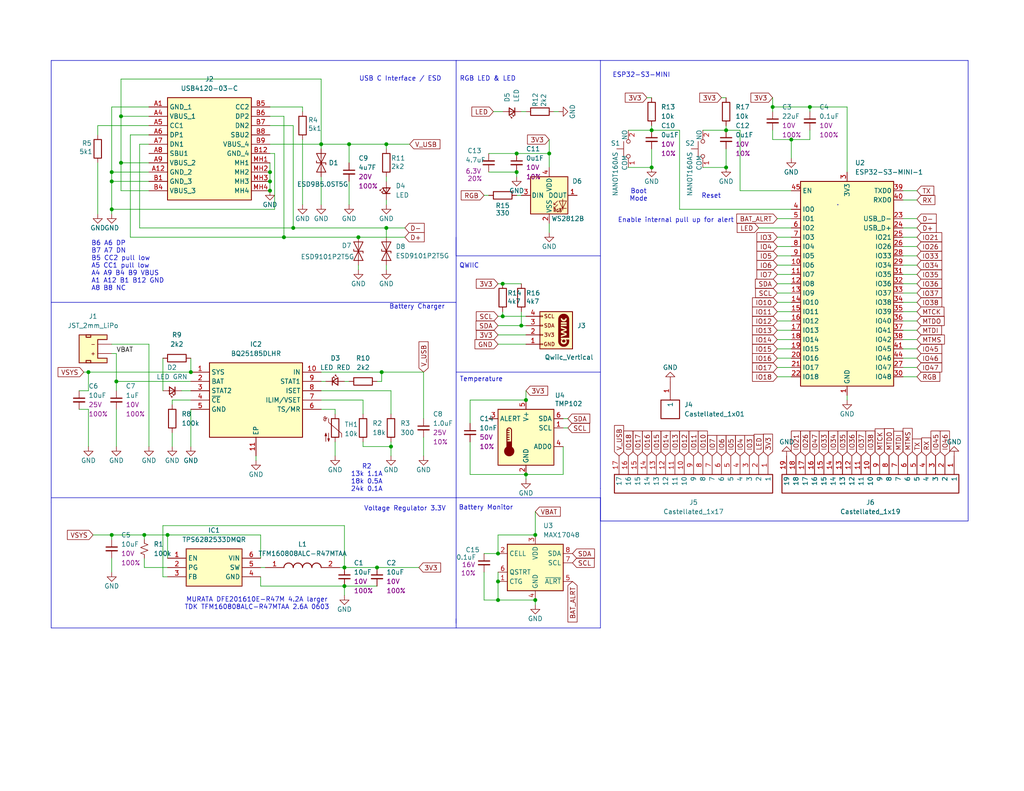
<source format=kicad_sch>
(kicad_sch (version 20250114) (generator "eeschema") (generator_version "9.0")
  (paper "USLetter")
  (title_block (title "ESP32-S3-MINI") (date "2026-02-08") (rev "1.0") (comment 1 "Urs Utzinger"))
  (circle (center 228.6 55.88) (radius 0.0001))
  (text "Voltage Regulator 3.3V" (at 110.49 138.938 0) (effects (font (size 1.27 1.27))))
  (text "Boot\nMode" (at 174.244 53.34 0) (effects (font (size 1.27 1.27))))
  (text "ESP32-S3-MINI" (at 175.006 20.574 0) (effects (font (size 1.27 1.27))))
  (text "Battery Monitor\n" (at 132.588 138.684 0) (effects (font (size 1.27 1.27))))
  (text "MURATA DFE201610E-R47M 4.2A larger\nTDK TFM160808ALC-R47MTAA 2.6A 0603\n" (at 70.104 164.846 0) (effects (font (size 1.27 1.27))))
  (text "Temperature" (at 131.318 103.632 0) (effects (font (size 1.27 1.27))))
  (text "RGB LED & LED" (at 133.096 21.59 0) (effects (font (size 1.27 1.27))))
  (text "Reset" (at 194.056 53.594 0) (effects (font (size 1.27 1.27))))
  (text "R2\n13k 1.1A\n18k 0.5A\n24k 0.1A" (at 100.076 130.556 0) (effects (font (size 1.27 1.27))))
  (text "Battery Charger" (at 113.792 83.82 0) (effects (font (size 1.27 1.27))))
  (text "Enable internal pull up for alert" (at 184.404 60.198 0) (effects (font (size 1.27 1.27))))
  (text "B6 A6 DP\nB7 A7 DN\nB5 CC2 pull low\nA5 CC1 pull low\nA4 A9 B4 B9 VBUS\nA1 A12 B1 B12 GND\nA8 B8 NC\n" (at 24.892 72.644 0) (effects (font (size 1.27 1.27)) (justify left)))
  (text "USB C Interface / ESD" (at 109.22 21.59 0) (effects (font (size 1.27 1.27))))
  (text "QWIIC\n" (at 128.016 72.644 0) (effects (font (size 1.27 1.27))))
  (junction (at 30.48 146.05))
  (junction (at 105.41 62.23))
  (junction (at 104.14 101.6))
  (junction (at 135.89 163.83))
  (junction (at 143.51 129.54))
  (junction (at 95.25 39.37))
  (junction (at 140.97 46.99))
  (junction (at 140.97 41.91))
  (junction (at 106.68 121.92))
  (junction (at 39.37 146.05))
  (junction (at 198.12 35.56))
  (junction (at 33.02 31.75))
  (junction (at 105.41 39.37))
  (junction (at 146.05 146.05))
  (junction (at 77.47 64.77))
  (junction (at 52.07 101.6))
  (junction (at 220.98 29.21))
  (junction (at 30.48 46.99))
  (junction (at 146.05 163.83))
  (junction (at 135.89 158.75))
  (junction (at 93.98 160.02))
  (junction (at 30.48 49.53))
  (junction (at 177.8 45.72))
  (junction (at 33.02 44.45))
  (junction (at 102.87 154.94))
  (junction (at 73.66 52.07))
  (junction (at 93.98 154.94))
  (junction (at 143.51 109.22))
  (junction (at 97.79 64.77))
  (junction (at 80.01 62.23))
  (junction (at 45.72 146.05))
  (junction (at 198.12 45.72))
  (junction (at 87.63 39.37))
  (junction (at 73.66 46.99))
  (junction (at 31.75 104.14))
  (junction (at 137.16 77.47))
  (junction (at 30.48 57.15))
  (junction (at 24.13 101.6))
  (junction (at 135.89 151.13))
  (junction (at 142.24 88.9))
  (junction (at 149.86 41.91))
  (junction (at 177.8 35.56))
  (junction (at 210.82 29.21))
  (junction (at 73.66 49.53))
  (junction (at 137.16 86.36))
  (junction (at 215.9 38.1))
  (wire (pts (xy 140.97 46.99) (xy 140.97 48.26)))
  (polyline (pts (xy 124.46 82.55) (xy 13.97 82.55)) (stroke (width 0) (type solid)))
  (wire (pts (xy 212.09 67.31) (xy 215.9 67.31)))
  (wire (pts (xy 99.06 121.92) (xy 106.68 121.92)))
  (wire (pts (xy 44.45 143.51) (xy 93.98 143.51)))
  (wire (pts (xy 185.42 35.56) (xy 185.42 57.15)))
  (wire (pts (xy 212.09 92.71) (xy 215.9 92.71)))
  (wire (pts (xy 132.08 156.21) (xy 132.08 163.83)))
  (wire (pts (xy 30.48 49.53) (xy 30.48 57.15)))
  (wire (pts (xy 231.14 107.95) (xy 231.14 109.22)))
  (wire (pts (xy 45.72 154.94) (xy 39.37 154.94)))
  (wire (pts (xy 115.57 101.6) (xy 115.57 114.3)))
  (wire (pts (xy 135.89 146.05) (xy 146.05 146.05)))
  (wire (pts (xy 99.06 120.65) (xy 99.06 121.92)))
  (polyline (pts (xy 124.46 101.6) (xy 163.83 101.6)) (stroke (width 0) (type solid)))
  (polyline (pts (xy 264.16 16.51) (xy 264.16 142.24)) (stroke (width 0) (type solid)))
  (wire (pts (xy 210.82 29.21) (xy 210.82 30.48)))
  (wire (pts (xy 77.47 31.75) (xy 77.47 64.77)))
  (wire (pts (xy 149.86 60.96) (xy 149.86 63.5)))
  (wire (pts (xy 26.67 44.45) (xy 26.67 58.42)))
  (wire (pts (xy 105.41 40.64) (xy 105.41 39.37)))
  (wire (pts (xy 153.67 121.92) (xy 153.67 129.54)))
  (wire (pts (xy 26.67 34.29) (xy 26.67 36.83)))
  (wire (pts (xy 99.06 109.22) (xy 87.63 109.22)))
  (wire (pts (xy 105.41 48.26) (xy 105.41 49.53)))
  (polyline (pts (xy 163.83 69.85) (xy 124.46 69.85)) (stroke (width 0) (type solid)))
  (wire (pts (xy 153.67 129.54) (xy 143.51 129.54)))
  (wire (pts (xy 39.37 154.94) (xy 39.37 152.4)))
  (wire (pts (xy 198.12 34.29) (xy 198.12 35.56)))
  (wire (pts (xy 246.38 92.71) (xy 250.19 92.71)))
  (wire (pts (xy 176.53 26.67) (xy 177.8 26.67)))
  (wire (pts (xy 97.79 72.39) (xy 97.79 73.66)))
  (wire (pts (xy 171.45 45.72) (xy 177.8 45.72)))
  (wire (pts (xy 26.67 34.29) (xy 40.64 34.29)))
  (wire (pts (xy 250.19 80.01) (xy 246.38 80.01)))
  (wire (pts (xy 212.09 97.79) (xy 215.9 97.79)))
  (wire (pts (xy 106.68 121.92) (xy 106.68 124.46)))
  (wire (pts (xy 88.9 104.14) (xy 87.63 104.14)))
  (wire (pts (xy 95.25 49.53) (xy 95.25 55.88)))
  (wire (pts (xy 135.89 91.44) (xy 143.51 91.44)))
  (wire (pts (xy 215.9 38.1) (xy 215.9 43.18)))
  (wire (pts (xy 149.86 41.91) (xy 149.86 45.72)))
  (wire (pts (xy 30.48 146.05) (xy 30.48 147.32)))
  (wire (pts (xy 250.19 74.93) (xy 246.38 74.93)))
  (wire (pts (xy 91.44 120.65) (xy 91.44 124.46)))
  (wire (pts (xy 30.48 49.53) (xy 40.64 49.53)))
  (wire (pts (xy 246.38 62.23) (xy 250.19 62.23)))
  (wire (pts (xy 128.27 120.65) (xy 128.27 129.54)))
  (polyline (pts (xy 163.83 16.51) (xy 163.83 133.35)) (stroke (width 0) (type solid)))
  (wire (pts (xy 250.19 72.39) (xy 246.38 72.39)))
  (wire (pts (xy 45.72 152.4) (xy 45.72 146.05)))
  (wire (pts (xy 133.35 41.91) (xy 140.97 41.91)))
  (wire (pts (xy 39.37 146.05) (xy 45.72 146.05)))
  (wire (pts (xy 73.66 46.99) (xy 73.66 49.53)))
  (wire (pts (xy 133.35 46.99) (xy 140.97 46.99)))
  (wire (pts (xy 33.02 31.75) (xy 40.64 31.75)))
  (wire (pts (xy 82.55 29.21) (xy 82.55 30.48)))
  (wire (pts (xy 137.16 86.36) (xy 143.51 86.36)))
  (wire (pts (xy 105.41 54.61) (xy 105.41 55.88)))
  (wire (pts (xy 143.51 109.22) (xy 128.27 109.22)))
  (wire (pts (xy 210.82 26.67) (xy 210.82 29.21)))
  (wire (pts (xy 201.93 52.07) (xy 215.9 52.07)))
  (polyline (pts (xy 13.97 135.89) (xy 124.46 135.89)) (stroke (width 0) (type solid)))
  (wire (pts (xy 143.51 106.68) (xy 143.51 109.22)))
  (polyline (pts (xy 163.83 135.89) (xy 163.83 133.35)) (stroke (width 0) (type solid)))
  (wire (pts (xy 212.09 102.87) (xy 215.9 102.87)))
  (wire (pts (xy 35.56 64.77) (xy 77.47 64.77)))
  (wire (pts (xy 52.07 111.76) (xy 52.07 121.92)))
  (wire (pts (xy 153.67 114.3) (xy 154.94 114.3)))
  (wire (pts (xy 198.12 35.56) (xy 201.93 35.56)))
  (wire (pts (xy 30.48 46.99) (xy 40.64 46.99)))
  (wire (pts (xy 153.67 116.84) (xy 154.94 116.84)))
  (wire (pts (xy 33.02 31.75) (xy 33.02 44.45)))
  (wire (pts (xy 212.09 85.09) (xy 215.9 85.09)))
  (wire (pts (xy 30.48 57.15) (xy 30.48 58.42)))
  (wire (pts (xy 220.98 29.21) (xy 231.14 29.21)))
  (wire (pts (xy 24.13 111.76) (xy 24.13 121.92)))
  (wire (pts (xy 87.63 21.59) (xy 87.63 39.37)))
  (wire (pts (xy 220.98 35.56) (xy 220.98 38.1)))
  (wire (pts (xy 212.09 69.85) (xy 215.9 69.85)))
  (wire (pts (xy 30.48 29.21) (xy 40.64 29.21)))
  (wire (pts (xy 25.4 146.05) (xy 30.48 146.05)))
  (wire (pts (xy 128.27 109.22) (xy 128.27 115.57)))
  (wire (pts (xy 95.25 39.37) (xy 105.41 39.37)))
  (wire (pts (xy 207.01 62.23) (xy 215.9 62.23)))
  (wire (pts (xy 220.98 29.21) (xy 210.82 29.21)))
  (wire (pts (xy 231.14 29.21) (xy 231.14 46.99)))
  (wire (pts (xy 215.9 38.1) (xy 220.98 38.1)))
  (wire (pts (xy 30.48 29.21) (xy 30.48 46.99)))
  (wire (pts (xy 45.72 157.48) (xy 44.45 157.48)))
  (wire (pts (xy 52.07 97.79) (xy 52.07 101.6)))
  (wire (pts (xy 24.13 111.76) (xy 21.59 111.76)))
  (wire (pts (xy 250.19 100.33) (xy 246.38 100.33)))
  (polyline (pts (xy 13.97 82.55) (xy 13.97 137.16)) (stroke (width 0) (type solid)))
  (wire (pts (xy 135.89 93.98) (xy 143.51 93.98)))
  (wire (pts (xy 69.85 124.46) (xy 69.85 125.73)))
  (wire (pts (xy 185.42 57.15) (xy 215.9 57.15)))
  (wire (pts (xy 105.41 64.77) (xy 105.41 62.23)))
  (wire (pts (xy 92.71 154.94) (xy 93.98 154.94)))
  (wire (pts (xy 73.66 34.29) (xy 80.01 34.29)))
  (wire (pts (xy 102.87 104.14) (xy 104.14 104.14)))
  (wire (pts (xy 212.09 100.33) (xy 215.9 100.33)))
  (wire (pts (xy 250.19 64.77) (xy 246.38 64.77)))
  (wire (pts (xy 73.66 29.21) (xy 82.55 29.21)))
  (wire (pts (xy 196.85 26.67) (xy 198.12 26.67)))
  (wire (pts (xy 135.89 77.47) (xy 137.16 77.47)))
  (wire (pts (xy 93.98 104.14) (xy 95.25 104.14)))
  (wire (pts (xy 24.13 101.6) (xy 24.13 106.68)))
  (wire (pts (xy 149.86 38.1) (xy 149.86 41.91)))
  (wire (pts (xy 35.56 36.83) (xy 35.56 64.77)))
  (polyline (pts (xy 124.46 69.85) (xy 124.46 64.77)) (stroke (width 0) (type solid)))
  (wire (pts (xy 24.13 106.68) (xy 21.59 106.68)))
  (wire (pts (xy 30.48 146.05) (xy 39.37 146.05)))
  (wire (pts (xy 73.66 31.75) (xy 77.47 31.75)))
  (wire (pts (xy 87.63 48.26) (xy 87.63 55.88)))
  (wire (pts (xy 201.93 35.56) (xy 201.93 52.07)))
  (wire (pts (xy 39.37 146.05) (xy 39.37 147.32)))
  (wire (pts (xy 135.89 156.21) (xy 135.89 158.75)))
  (wire (pts (xy 31.75 111.76) (xy 31.75 121.92)))
  (wire (pts (xy 102.87 154.94) (xy 114.3 154.94)))
  (wire (pts (xy 246.38 90.17) (xy 250.19 90.17)))
  (wire (pts (xy 38.1 39.37) (xy 40.64 39.37)))
  (wire (pts (xy 73.66 49.53) (xy 73.66 52.07)))
  (polyline (pts (xy 124.46 16.51) (xy 163.83 16.51)))
  (wire (pts (xy 77.47 64.77) (xy 97.79 64.77)))
  (wire (pts (xy 30.48 46.99) (xy 30.48 49.53)))
  (polyline (pts (xy 163.83 171.45) (xy 163.83 135.89)) (stroke (width 0) (type solid)))
  (wire (pts (xy 38.1 62.23) (xy 38.1 39.37)))
  (wire (pts (xy 71.12 146.05) (xy 71.12 152.4)))
  (wire (pts (xy 74.93 41.91) (xy 73.66 41.91)))
  (wire (pts (xy 250.19 97.79) (xy 246.38 97.79)))
  (polyline (pts (xy 13.97 137.16) (xy 13.97 171.45)) (stroke (width 0) (type solid)))
  (polyline (pts (xy 13.97 171.45) (xy 163.83 171.45)) (stroke (width 0) (type solid)))
  (wire (pts (xy 31.75 104.14) (xy 31.75 106.68)))
  (wire (pts (xy 191.77 35.56) (xy 198.12 35.56)))
  (wire (pts (xy 33.02 44.45) (xy 40.64 44.45)))
  (wire (pts (xy 104.14 101.6) (xy 115.57 101.6)))
  (wire (pts (xy 80.01 34.29) (xy 80.01 62.23)))
  (wire (pts (xy 24.13 101.6) (xy 22.86 101.6)))
  (wire (pts (xy 212.09 77.47) (xy 215.9 77.47)))
  (wire (pts (xy 73.66 39.37) (xy 87.63 39.37)))
  (wire (pts (xy 212.09 90.17) (xy 215.9 90.17)))
  (wire (pts (xy 40.64 52.07) (xy 33.02 52.07)))
  (wire (pts (xy 140.97 41.91) (xy 149.86 41.91)))
  (wire (pts (xy 73.66 44.45) (xy 73.66 46.99)))
  (wire (pts (xy 71.12 157.48) (xy 71.12 160.02)))
  (wire (pts (xy 87.63 101.6) (xy 104.14 101.6)))
  (wire (pts (xy 105.41 72.39) (xy 105.41 73.66)))
  (wire (pts (xy 40.64 93.98) (xy 30.48 93.98)))
  (wire (pts (xy 142.24 88.9) (xy 143.51 88.9)))
  (wire (pts (xy 212.09 80.01) (xy 215.9 80.01)))
  (wire (pts (xy 33.02 21.59) (xy 87.63 21.59)))
  (polyline (pts (xy 264.16 142.24) (xy 163.83 142.24)) (stroke (width 0) (type solid)))
  (wire (pts (xy 104.14 104.14) (xy 104.14 101.6)))
  (polyline (pts (xy 13.97 16.51) (xy 13.97 82.55)) (stroke (width 0) (type solid)))
  (wire (pts (xy 246.38 52.07) (xy 250.19 52.07)))
  (wire (pts (xy 106.68 120.65) (xy 106.68 121.92)))
  (wire (pts (xy 45.72 146.05) (xy 71.12 146.05)))
  (wire (pts (xy 210.82 35.56) (xy 210.82 38.1)))
  (wire (pts (xy 171.45 35.56) (xy 177.8 35.56)))
  (wire (pts (xy 105.41 62.23) (xy 110.49 62.23)))
  (wire (pts (xy 246.38 87.63) (xy 250.19 87.63)))
  (wire (pts (xy 135.89 86.36) (xy 137.16 86.36)))
  (wire (pts (xy 46.99 109.22) (xy 46.99 110.49)))
  (wire (pts (xy 246.38 59.69) (xy 250.19 59.69)))
  (wire (pts (xy 137.16 77.47) (xy 142.24 77.47)))
  (wire (pts (xy 146.05 163.83) (xy 146.05 165.1)))
  (wire (pts (xy 212.09 87.63) (xy 215.9 87.63)))
  (wire (pts (xy 212.09 72.39) (xy 215.9 72.39)))
  (wire (pts (xy 246.38 54.61) (xy 250.19 54.61)))
  (wire (pts (xy 99.06 113.03) (xy 99.06 109.22)))
  (wire (pts (xy 91.44 111.76) (xy 91.44 113.03)))
  (wire (pts (xy 212.09 59.69) (xy 215.9 59.69)))
  (wire (pts (xy 177.8 40.64) (xy 177.8 45.72)))
  (wire (pts (xy 52.07 109.22) (xy 46.99 109.22)))
  (wire (pts (xy 87.63 111.76) (xy 91.44 111.76)))
  (wire (pts (xy 137.16 85.09) (xy 137.16 86.36)))
  (wire (pts (xy 71.12 154.94) (xy 72.39 154.94)))
  (polyline (pts (xy 124.46 168.91) (xy 124.46 171.45)) (stroke (width 0) (type solid)))
  (wire (pts (xy 40.64 121.92) (xy 40.64 93.98)))
  (wire (pts (xy 143.51 129.54) (xy 143.51 130.81)))
  (wire (pts (xy 74.93 57.15) (xy 30.48 57.15)))
  (wire (pts (xy 87.63 39.37) (xy 87.63 40.64)))
  (wire (pts (xy 246.38 82.55) (xy 250.19 82.55)))
  (wire (pts (xy 80.01 62.23) (xy 105.41 62.23)))
  (wire (pts (xy 151.13 30.48) (xy 152.4 30.48)))
  (wire (pts (xy 146.05 139.7) (xy 146.05 146.05)))
  (wire (pts (xy 132.08 53.34) (xy 133.35 53.34)))
  (wire (pts (xy 105.41 39.37) (xy 111.76 39.37)))
  (wire (pts (xy 46.99 118.11) (xy 46.99 121.92)))
  (wire (pts (xy 33.02 31.75) (xy 33.02 21.59)))
  (wire (pts (xy 198.12 40.64) (xy 198.12 45.72)))
  (wire (pts (xy 93.98 143.51) (xy 93.98 154.94)))
  (wire (pts (xy 87.63 39.37) (xy 95.25 39.37)))
  (wire (pts (xy 142.24 85.09) (xy 142.24 88.9)))
  (wire (pts (xy 212.09 74.93) (xy 215.9 74.93)))
  (wire (pts (xy 31.75 96.52) (xy 30.48 96.52)))
  (wire (pts (xy 93.98 154.94) (xy 102.87 154.94)))
  (wire (pts (xy 93.98 160.02) (xy 93.98 162.56)))
  (wire (pts (xy 33.02 44.45) (xy 33.02 52.07)))
  (wire (pts (xy 71.12 160.02) (xy 93.98 160.02)))
  (wire (pts (xy 250.19 77.47) (xy 246.38 77.47)))
  (wire (pts (xy 135.89 163.83) (xy 146.05 163.83)))
  (wire (pts (xy 246.38 85.09) (xy 250.19 85.09)))
  (wire (pts (xy 49.53 106.68) (xy 52.07 106.68)))
  (wire (pts (xy 177.8 34.29) (xy 177.8 35.56)))
  (wire (pts (xy 220.98 30.48) (xy 220.98 29.21)))
  (wire (pts (xy 97.79 64.77) (xy 110.49 64.77)))
  (wire (pts (xy 93.98 160.02) (xy 102.87 160.02)))
  (wire (pts (xy 128.27 129.54) (xy 143.51 129.54)))
  (wire (pts (xy 132.08 151.13) (xy 135.89 151.13)))
  (polyline (pts (xy 13.97 16.51) (xy 124.46 16.51)) (stroke (width 0) (type solid)))
  (wire (pts (xy 212.09 95.25) (xy 215.9 95.25)))
  (wire (pts (xy 132.08 163.83) (xy 135.89 163.83)))
  (wire (pts (xy 38.1 62.23) (xy 80.01 62.23)))
  (wire (pts (xy 191.77 45.72) (xy 198.12 45.72)))
  (wire (pts (xy 250.19 67.31) (xy 246.38 67.31)))
  (wire (pts (xy 52.07 101.6) (xy 24.13 101.6)))
  (wire (pts (xy 44.45 157.48) (xy 44.45 143.51)))
  (polyline (pts (xy 163.83 142.24) (xy 163.83 135.89)) (stroke (width 0) (type solid)))
  (wire (pts (xy 30.48 152.4) (xy 30.48 156.21)))
  (wire (pts (xy 210.82 38.1) (xy 215.9 38.1)))
  (wire (pts (xy 134.62 30.48) (xy 137.16 30.48)))
  (wire (pts (xy 246.38 102.87) (xy 250.19 102.87)))
  (wire (pts (xy 74.93 41.91) (xy 74.93 57.15)))
  (wire (pts (xy 44.45 97.79) (xy 44.45 106.68)))
  (wire (pts (xy 250.19 69.85) (xy 246.38 69.85)))
  (polyline (pts (xy 124.46 135.89) (xy 163.83 135.89)) (stroke (width 0) (type solid)))
  (wire (pts (xy 31.75 104.14) (xy 52.07 104.14)))
  (polyline (pts (xy 163.83 16.51) (xy 264.16 16.51)) (stroke (width 0) (type solid)))
  (wire (pts (xy 212.09 82.55) (xy 215.9 82.55)))
  (wire (pts (xy 246.38 95.25) (xy 250.19 95.25)))
  (wire (pts (xy 142.24 30.48) (xy 143.51 30.48)))
  (wire (pts (xy 95.25 39.37) (xy 95.25 44.45)))
  (wire (pts (xy 140.97 53.34) (xy 142.24 53.34)))
  (wire (pts (xy 135.89 158.75) (xy 135.89 163.83)))
  (wire (pts (xy 177.8 35.56) (xy 185.42 35.56)))
  (polyline (pts (xy 124.46 170.18) (xy 124.46 16.51)) (stroke (width 0) (type solid)))
  (wire (pts (xy 135.89 88.9) (xy 142.24 88.9)))
  (wire (pts (xy 212.09 64.77) (xy 215.9 64.77)))
  (wire (pts (xy 31.75 104.14) (xy 31.75 96.52)))
  (wire (pts (xy 135.89 151.13) (xy 135.89 146.05)))
  (wire (pts (xy 106.68 106.68) (xy 106.68 113.03)))
  (wire (pts (xy 82.55 38.1) (xy 82.55 55.88)))
  (wire (pts (xy 115.57 119.38) (xy 115.57 124.46)))
  (wire (pts (xy 40.64 36.83) (xy 35.56 36.83)))
  (wire (pts (xy 106.68 106.68) (xy 87.63 106.68)))
  (label "VBAT" (at 31.75 96.52 0))
  (global_label "MTDO" (shape input) (at 242.57 124.46 90) (property "Intersheetrefs" "${INTERSHEET_REFS}" (effects (hide yes))))
  (global_label "IO3" (shape input) (at 204.47 124.46 90) (property "Intersheetrefs" "${INTERSHEET_REFS}" (effects (hide yes))))
  (global_label "IO6" (shape input) (at 196.85 124.46 90) (property "Intersheetrefs" "${INTERSHEET_REFS}" (effects (hide yes))))
  (global_label "IO5" (shape input) (at 199.39 124.46 90) (property "Intersheetrefs" "${INTERSHEET_REFS}" (effects (hide yes))))
  (global_label "VSYS" (shape input) (at 25.4 146.05 180) (property "Intersheetrefs" "${INTERSHEET_REFS}" (effects (hide yes))))
  (global_label "IO18" (shape input) (at 171.45 124.46 90) (property "Intersheetrefs" "${INTERSHEET_REFS}" (effects (hide yes))))
  (global_label "IO35" (shape input) (at 250.19 74.93 0) (property "Intersheetrefs" "${INTERSHEET_REFS}" (effects (hide yes))))
  (global_label "IO26" (shape input) (at 219.71 124.46 90) (property "Intersheetrefs" "${INTERSHEET_REFS}" (effects (hide yes))))
  (global_label "IO10" (shape input) (at 191.77 124.46 90) (property "Intersheetrefs" "${INTERSHEET_REFS}" (effects (hide yes))))
  (global_label "IO15" (shape input) (at 179.07 124.46 90) (property "Intersheetrefs" "${INTERSHEET_REFS}" (effects (hide yes))))
  (global_label "IO14" (shape input) (at 181.61 124.46 90) (property "Intersheetrefs" "${INTERSHEET_REFS}" (effects (hide yes))))
  (global_label "IO36" (shape input) (at 250.19 77.47 0) (property "Intersheetrefs" "${INTERSHEET_REFS}" (effects (hide yes))))
  (global_label "IO47" (shape input) (at 250.19 100.33 0) (property "Intersheetrefs" "${INTERSHEET_REFS}" (effects (hide yes))))
  (global_label "D-" (shape input) (at 110.49 62.23 0) (property "Intersheetrefs" "${INTERSHEET_REFS}" (effects (hide yes))))
  (global_label "MTMS" (shape input) (at 247.65 124.46 90) (property "Intersheetrefs" "${INTERSHEET_REFS}" (effects (hide yes))))
  (global_label "MTDI" (shape input) (at 245.11 124.46 90) (property "Intersheetrefs" "${INTERSHEET_REFS}" (effects (hide yes))))
  (global_label "IO33" (shape input) (at 250.19 69.85 0) (property "Intersheetrefs" "${INTERSHEET_REFS}" (effects (hide yes))))
  (global_label "IO17" (shape input) (at 173.99 124.46 90) (property "Intersheetrefs" "${INTERSHEET_REFS}" (effects (hide yes))))
  (global_label "3V3" (shape input) (at 149.86 38.1 180) (property "Intersheetrefs" "${INTERSHEET_REFS}" (effects (hide yes))))
  (global_label "IO7" (shape input) (at 212.09 74.93 180) (property "Intersheetrefs" "${INTERSHEET_REFS}" (effects (hide yes))))
  (global_label "SCL" (shape input) (at 135.89 86.36 180) (property "Intersheetrefs" "${INTERSHEET_REFS}" (effects (hide yes))))
  (global_label "IO37" (shape input) (at 234.95 124.46 90) (property "Intersheetrefs" "${INTERSHEET_REFS}" (effects (hide yes))))
  (global_label "LED" (shape input) (at 207.01 124.46 90) (property "Intersheetrefs" "${INTERSHEET_REFS}" (effects (hide yes))))
  (global_label "D-" (shape input) (at 250.19 59.69 0) (property "Intersheetrefs" "${INTERSHEET_REFS}" (effects (hide yes))))
  (global_label "IO46" (shape input) (at 250.19 97.79 0) (property "Intersheetrefs" "${INTERSHEET_REFS}" (effects (hide yes))))
  (global_label "MTCK" (shape input) (at 250.19 85.09 0) (property "Intersheetrefs" "${INTERSHEET_REFS}" (effects (hide yes))))
  (global_label "LED" (shape input) (at 134.62 30.48 180) (property "Intersheetrefs" "${INTERSHEET_REFS}" (effects (hide yes))))
  (global_label "IO45" (shape input) (at 250.19 95.25 0) (property "Intersheetrefs" "${INTERSHEET_REFS}" (effects (hide yes))))
  (global_label "VSYS" (shape input) (at 22.86 101.6 180) (property "Intersheetrefs" "${INTERSHEET_REFS}" (effects (hide yes))))
  (global_label "MTCK" (shape input) (at 240.03 124.46 90) (property "Intersheetrefs" "${INTERSHEET_REFS}" (effects (hide yes))))
  (global_label "IO16" (shape input) (at 176.53 124.46 90) (property "Intersheetrefs" "${INTERSHEET_REFS}" (effects (hide yes))))
  (global_label "IO11" (shape input) (at 189.23 124.46 90) (property "Intersheetrefs" "${INTERSHEET_REFS}" (effects (hide yes))))
  (global_label "RGB" (shape input) (at 250.19 102.87 0) (property "Intersheetrefs" "${INTERSHEET_REFS}" (effects (hide yes))))
  (global_label "IO38" (shape input) (at 250.19 82.55 0) (property "Intersheetrefs" "${INTERSHEET_REFS}" (effects (hide yes))))
  (global_label "IO21" (shape input) (at 217.17 124.46 90) (property "Intersheetrefs" "${INTERSHEET_REFS}" (effects (hide yes))))
  (global_label "V_USB" (shape input) (at 111.76 39.37 0) (property "Intersheetrefs" "${INTERSHEET_REFS}" (effects (hide yes))))
  (global_label "3V3" (shape input) (at 135.89 91.44 180) (property "Intersheetrefs" "${INTERSHEET_REFS}" (effects (hide yes))))
  (global_label "SCL" (shape input) (at 156.21 153.67 0) (property "Intersheetrefs" "${INTERSHEET_REFS}" (effects (hide yes))))
  (global_label "3V3" (shape input) (at 114.3 154.94 0) (property "Intersheetrefs" "${INTERSHEET_REFS}" (effects (hide yes))))
  (global_label "TX" (shape input) (at 250.19 124.46 90) (property "Intersheetrefs" "${INTERSHEET_REFS}" (effects (hide yes))))
  (global_label "BAT_ALRT" (shape input) (at 212.09 59.69 180) (property "Intersheetrefs" "${INTERSHEET_REFS}" (effects (hide yes))))
  (global_label "IO46" (shape input) (at 257.81 124.46 90) (property "Intersheetrefs" "${INTERSHEET_REFS}" (effects (hide yes))))
  (global_label "IO6" (shape input) (at 212.09 72.39 180) (property "Intersheetrefs" "${INTERSHEET_REFS}" (effects (hide yes))))
  (global_label "IO33" (shape input) (at 224.79 124.46 90) (property "Intersheetrefs" "${INTERSHEET_REFS}" (effects (hide yes))))
  (global_label "LED" (shape input) (at 207.01 62.23 180) (property "Intersheetrefs" "${INTERSHEET_REFS}" (effects (hide yes))))
  (global_label "RGB" (shape input) (at 132.08 53.34 180) (property "Intersheetrefs" "${INTERSHEET_REFS}" (effects (hide yes))))
  (global_label "SCL" (shape input) (at 212.09 80.01 180) (property "Intersheetrefs" "${INTERSHEET_REFS}" (effects (hide yes))))
  (global_label "IO11" (shape input) (at 212.09 85.09 180) (property "Intersheetrefs" "${INTERSHEET_REFS}" (effects (hide yes))))
  (global_label "IO26" (shape input) (at 250.19 67.31 0) (property "Intersheetrefs" "${INTERSHEET_REFS}" (effects (hide yes))))
  (global_label "IO4" (shape input) (at 201.93 124.46 90) (property "Intersheetrefs" "${INTERSHEET_REFS}" (effects (hide yes))))
  (global_label "3V3" (shape input) (at 176.53 26.67 180) (property "Intersheetrefs" "${INTERSHEET_REFS}" (effects (hide yes))))
  (global_label "3V3" (shape input) (at 196.85 26.67 180) (property "Intersheetrefs" "${INTERSHEET_REFS}" (effects (hide yes))))
  (global_label "MTDI" (shape input) (at 250.19 90.17 0) (property "Intersheetrefs" "${INTERSHEET_REFS}" (effects (hide yes))))
  (global_label "IO37" (shape input) (at 250.19 80.01 0) (property "Intersheetrefs" "${INTERSHEET_REFS}" (effects (hide yes))))
  (global_label "IO38" (shape input) (at 237.49 124.46 90) (property "Intersheetrefs" "${INTERSHEET_REFS}" (effects (hide yes))))
  (global_label "IO34" (shape input) (at 227.33 124.46 90) (property "Intersheetrefs" "${INTERSHEET_REFS}" (effects (hide yes))))
  (global_label "SDA" (shape input) (at 156.21 151.13 0) (property "Intersheetrefs" "${INTERSHEET_REFS}" (effects (hide yes))))
  (global_label "IO34" (shape input) (at 250.19 72.39 0) (property "Intersheetrefs" "${INTERSHEET_REFS}" (effects (hide yes))))
  (global_label "IO16" (shape input) (at 212.09 97.79 180) (property "Intersheetrefs" "${INTERSHEET_REFS}" (effects (hide yes))))
  (global_label "IO21" (shape input) (at 250.19 64.77 0) (property "Intersheetrefs" "${INTERSHEET_REFS}" (effects (hide yes))))
  (global_label "TX" (shape input) (at 250.19 52.07 0) (property "Intersheetrefs" "${INTERSHEET_REFS}" (effects (hide yes))))
  (global_label "3V3" (shape input) (at 143.51 106.68 0) (property "Intersheetrefs" "${INTERSHEET_REFS}" (effects (hide yes))))
  (global_label "3V3" (shape input) (at 210.82 26.67 180) (property "Intersheetrefs" "${INTERSHEET_REFS}" (effects (hide yes))))
  (global_label "IO36" (shape input) (at 232.41 124.46 90) (property "Intersheetrefs" "${INTERSHEET_REFS}" (effects (hide yes))))
  (global_label "RX" (shape input) (at 252.73 124.46 90) (property "Intersheetrefs" "${INTERSHEET_REFS}" (effects (hide yes))))
  (global_label "SDA" (shape input) (at 212.09 77.47 180) (property "Intersheetrefs" "${INTERSHEET_REFS}" (effects (hide yes))))
  (global_label "D+" (shape input) (at 110.49 64.77 0) (property "Intersheetrefs" "${INTERSHEET_REFS}" (effects (hide yes))))
  (global_label "IO14" (shape input) (at 212.09 92.71 180) (property "Intersheetrefs" "${INTERSHEET_REFS}" (effects (hide yes))))
  (global_label "IO47" (shape input) (at 222.25 124.46 90) (property "Intersheetrefs" "${INTERSHEET_REFS}" (effects (hide yes))))
  (global_label "3V3" (shape input) (at 209.55 124.46 90) (property "Intersheetrefs" "${INTERSHEET_REFS}" (effects (hide yes))))
  (global_label "IO35" (shape input) (at 229.87 124.46 90) (property "Intersheetrefs" "${INTERSHEET_REFS}" (effects (hide yes))))
  (global_label "IO17" (shape input) (at 212.09 100.33 180) (property "Intersheetrefs" "${INTERSHEET_REFS}" (effects (hide yes))))
  (global_label "IO12" (shape input) (at 212.09 87.63 180) (property "Intersheetrefs" "${INTERSHEET_REFS}" (effects (hide yes))))
  (global_label "IO18" (shape input) (at 212.09 102.87 180) (property "Intersheetrefs" "${INTERSHEET_REFS}" (effects (hide yes))))
  (global_label "IO7" (shape input) (at 194.31 124.46 90) (property "Intersheetrefs" "${INTERSHEET_REFS}" (effects (hide yes))))
  (global_label "IO13" (shape input) (at 184.15 124.46 90) (property "Intersheetrefs" "${INTERSHEET_REFS}" (effects (hide yes))))
  (global_label "IO12" (shape input) (at 186.69 124.46 90) (property "Intersheetrefs" "${INTERSHEET_REFS}" (effects (hide yes))))
  (global_label "IO4" (shape input) (at 212.09 67.31 180) (property "Intersheetrefs" "${INTERSHEET_REFS}" (effects (hide yes))))
  (global_label "IO15" (shape input) (at 212.09 95.25 180) (property "Intersheetrefs" "${INTERSHEET_REFS}" (effects (hide yes))))
  (global_label "VBAT" (shape input) (at 146.05 139.7 0) (property "Intersheetrefs" "${INTERSHEET_REFS}" (effects (hide yes))))
  (global_label "V_USB" (shape input) (at 168.91 124.46 90) (property "Intersheetrefs" "${INTERSHEET_REFS}" (effects (hide yes))))
  (global_label "V_USB" (shape input) (at 115.57 101.6 90) (property "Intersheetrefs" "${INTERSHEET_REFS}" (effects (hide yes))))
  (global_label "3V3" (shape input) (at 135.89 77.47 180) (property "Intersheetrefs" "${INTERSHEET_REFS}" (effects (hide yes))))
  (global_label "IO45" (shape input) (at 255.27 124.46 90) (property "Intersheetrefs" "${INTERSHEET_REFS}" (effects (hide yes))))
  (global_label "BAT_ALRT" (shape input) (at 156.21 158.75 270) (property "Intersheetrefs" "${INTERSHEET_REFS}" (effects (hide yes))))
  (global_label "SCL" (shape input) (at 154.94 116.84 0) (property "Intersheetrefs" "${INTERSHEET_REFS}" (effects (hide yes))))
  (global_label "RX" (shape input) (at 250.19 54.61 0) (property "Intersheetrefs" "${INTERSHEET_REFS}" (effects (hide yes))))
  (global_label "IO3" (shape input) (at 212.09 64.77 180) (property "Intersheetrefs" "${INTERSHEET_REFS}" (effects (hide yes))))
  (global_label "MTDO" (shape input) (at 250.19 87.63 0) (property "Intersheetrefs" "${INTERSHEET_REFS}" (effects (hide yes))))
  (global_label "MTMS" (shape input) (at 250.19 92.71 0) (property "Intersheetrefs" "${INTERSHEET_REFS}" (effects (hide yes))))
  (global_label "IO5" (shape input) (at 212.09 69.85 180) (property "Intersheetrefs" "${INTERSHEET_REFS}" (effects (hide yes))))
  (global_label "IO10" (shape input) (at 212.09 82.55 180) (property "Intersheetrefs" "${INTERSHEET_REFS}" (effects (hide yes))))
  (global_label "SDA" (shape input) (at 135.89 88.9 180) (property "Intersheetrefs" "${INTERSHEET_REFS}" (effects (hide yes))))
  (global_label "D+" (shape input) (at 250.19 62.23 0) (property "Intersheetrefs" "${INTERSHEET_REFS}" (effects (hide yes))))
  (global_label "SDA" (shape input) (at 154.94 114.3 0) (property "Intersheetrefs" "${INTERSHEET_REFS}" (effects (hide yes))))
  (global_label "GND" (shape input) (at 135.89 93.98 180) (property "Intersheetrefs" "${INTERSHEET_REFS}" (effects (hide yes))))
  (global_label "IO13" (shape input) (at 212.09 90.17 180) (property "Intersheetrefs" "${INTERSHEET_REFS}" (effects (hide yes))))
  (symbol (lib_id "PCM_SparkFun-LED:LED") (at 46.99 106.68 180) (unit 1)
    (property "Reference" "D2" (at 46.9265 100.33 0))
    (property "Value" "LED GRN" (at 46.9265 102.87 0))
    (property "Footprint" "LED_SMD:LED_0402_1005Metric" (effects (hide yes)))
    (property "Description" "Light emitting diode" (effects (hide yes)))
    (property "PROD_ID" "LED-" (effects (hide yes)))
  )
  (symbol (lib_id "PCM_SparkFun-PowerSymbol:GND") (at 73.66 52.07 0) (unit 1)
    (property "Reference" "#PWR032" (effects (hide yes)))
    (property "Value" "GND" (at 73.66 55.88 0))
    (property "Description" "Power symbol creates a global label with name \"GND\" , ground" (effects (hide yes)))
  )
  (symbol (lib_id "PCM_SparkFun-Capacitor:4.7uF_0402_6.3V_10%") (at 133.35 44.45 180) (unit 1)
    (property "Reference" "C13" (at 127.508 41.148 0) (effects (justify right)))
    (property "Value" "4.7uF" (at 127 43.688 0) (effects (justify right)))
    (property "Footprint" "PCM_SparkFun-Capacitor:C_0402_1005Metric" (effects (hide yes)))
    (property "Datasheet" "https://cdn.sparkfun.com/assets/8/a/4/a/5/Kemet_Capacitor_Datasheet.pdf" (effects (hide yes)))
    (property "Description" "Unpolarized capacitor" (effects (hide yes)))
    (property "PROD_ID" "CAP-24988" (effects (hide yes)))
    (property "Voltage" "6.3V" (at 127 46.736 0) (effects (justify right)))
    (property "Tolerance" "20%" (at 127.508 48.768 0) (effects (justify right)))
  )
  (symbol (lib_id "PCM_SparkFun-PowerSymbol:GND") (at 30.48 58.42 0) (unit 1)
    (property "Reference" "#PWR017" (effects (hide yes)))
    (property "Value" "GND" (at 30.48 62.23 0))
    (property "Description" "Power symbol creates a global label with name \"GND\" , ground" (effects (hide yes)))
  )
  (symbol (lib_id "Device:R") (at 82.55 34.29 0) (unit 1)
    (property "Reference" "R4" (at 84.074 32.766 0) (effects (justify left)))
    (property "Value" "5k1" (at 84.074 35.052 0) (effects (justify left)))
    (property "Footprint" "PCM_SparkFun-Resistor:R_0402_1005Metric" (effects (hide yes)))
    (property "Description" "Resistor" (effects (hide yes)))
  )
  (symbol (lib_id "PCM_SparkFun-PowerSymbol:GND") (at 95.25 55.88 0) (unit 1)
    (property "Reference" "#PWR016" (effects (hide yes)))
    (property "Value" "GND" (at 95.25 59.69 0))
    (property "Description" "Power symbol creates a global label with name \"GND\" , ground" (effects (hide yes)))
  )
  (symbol (lib_id "Device:R") (at 99.06 116.84 0) (unit 1)
    (property "Reference" "R2" (at 101.6 115.5699 0) (effects (justify left)))
    (property "Value" "18k" (at 101.6 118.1099 0) (effects (justify left)))
    (property "Footprint" "PCM_SparkFun-Resistor:R_0402_1005Metric" (effects (hide yes)))
    (property "Description" "Resistor" (effects (hide yes)))
  )
  (symbol (lib_id "ESP32:NANOT160AS") (at 171.45 45.72 90) (unit 1)
    (property "Reference" "S1" (at 166.624 39.116 90) (effects (justify right)))
    (property "Value" "NANOT160AS" (at 167.894 41.402 0) (effects (justify right)))
    (property "Footprint" "NANOT160AS" (effects (hide yes)))
    (property "Datasheet" "https://www.ckswitches.com/media/2866/nanot.pdf" (effects (hide yes)))
    (property "Description" "Tactile Switch SPST 20mA 15VDC SMD/SMT Non-Illuminated -40C ~ 85C" (effects (hide yes)))
    (property "Height" "0.65" (effects (hide yes)))
    (property "Mouser Part Number" "611-NANOT160AS" (effects (hide yes)))
    (property "Mouser Price/Stock" "https://www.mouser.co.uk/ProductDetail/CK/NANOT160AS?qs=OlC7AqGiEDnK60t%2FC6IJyA%3D%3D" (effects (hide yes)))
    (property "Manufacturer_Name" "C & K COMPONENTS" (effects (hide yes)))
    (property "Manufacturer_Part_Number" "NANOT160AS" (effects (hide yes)))
  )
  (symbol (lib_id "PCM_SparkFun-PowerSymbol:GND") (at 97.79 73.66 0) (unit 1)
    (property "Reference" "#PWR018" (effects (hide yes)))
    (property "Value" "GND" (at 97.79 77.47 0))
    (property "Description" "Power symbol creates a global label with name \"GND\" , ground" (effects (hide yes)))
  )
  (symbol (lib_id "PCM_SparkFun-Connector:Qwiic_Vertical") (at 148.59 88.9 0) (unit 1)
    (property "Reference" "J3" (at 157.48 88.8999 0) (effects (justify left)))
    (property "Value" "Qwiic_Vertical" (at 148.59 97.536 0) (effects (justify left)))
    (property "Footprint" "PCM_SparkFun-Connector:JST_1x04_P1.0mm_Vertical_SMD" (effects (hide yes)))
    (property "Datasheet" "https://www.jst-mfg.com/product/pdf/eng/eSH.pdf" (effects (hide yes)))
    (property "Description" "4 pin JST 1mm polarized connector for I2C" (effects (hide yes)))
    (property "PROD_ID" "CONN-14483" (effects (hide yes)))
  )
  (symbol (lib_id "Device:R") (at 46.99 114.3 0) (unit 1)
    (property "Reference" "R8" (at 49.53 113.0299 0) (effects (justify left)))
    (property "Value" "100k" (at 49.53 115.5699 0) (effects (justify left)))
    (property "Footprint" "PCM_SparkFun-Resistor:R_0402_1005Metric" (effects (hide yes)))
    (property "Description" "Resistor" (effects (hide yes)))
  )
  (symbol (lib_id "Device:R") (at 26.67 40.64 0) (unit 1)
    (property "Reference" "R5" (at 22.352 39.116 0) (effects (justify left)))
    (property "Value" "5k1" (at 21.59 41.402 0) (effects (justify left)))
    (property "Footprint" "PCM_SparkFun-Resistor:R_0402_1005Metric" (effects (hide yes)))
    (property "Description" "Resistor" (effects (hide yes)))
  )
  (symbol (lib_id "Device:R") (at 106.68 116.84 0) (unit 1)
    (property "Reference" "R3" (at 109.22 115.5699 0) (effects (justify left)))
    (property "Value" "300" (at 109.22 118.1099 0) (effects (justify left)))
    (property "Footprint" "PCM_SparkFun-Resistor:R_0402_1005Metric" (effects (hide yes)))
    (property "Description" "Resistor" (effects (hide yes)))
  )
  (symbol (lib_id "PCM_SparkFun-PowerSymbol:GND") (at 143.51 130.81 0) (unit 1)
    (property "Reference" "#PWR026" (effects (hide yes)))
    (property "Value" "GND" (at 143.51 134.62 0))
    (property "Description" "Power symbol creates a global label with name \"GND\" , ground" (effects (hide yes)))
  )
  (symbol (lib_id "PCM_SparkFun-Capacitor:C") (at 21.59 109.22 0) (unit 1)
    (property "Reference" "C6" (at 24.13 105.4162 0) (effects (justify left)))
    (property "Value" "10uF" (at 24.13 107.9562 0) (effects (justify left)))
    (property "Footprint" "Capacitor_SMD:C_0402_1005Metric" (effects (hide yes)))
    (property "Datasheet" "https://cdn.sparkfun.com/assets/8/a/4/a/5/Kemet_Capacitor_Datasheet.pdf" (effects (hide yes)))
    (property "Description" "Unpolarized capacitor" (effects (hide yes)))
    (property "PROD_ID" "CAP-00000" (effects (hide yes)))
    (property "Voltage" "25V" (at 24.13 110.4962 0) (effects (justify left)))
    (property "Tolerance" "100%" (at 24.13 113.0362 0) (effects (justify left)))
  )
  (symbol (lib_id "PCM_SparkFun-Sensor:TMP102") (at 143.51 119.38 0) (unit 1)
    (property "Reference" "U4" (at 151.384 107.95 0) (effects (justify left)))
    (property "Value" "TMP102" (at 151.384 110.236 0) (effects (justify left)))
    (property "Footprint" "PCM_SparkFun-Semiconductor-Standard:SOT-563" (effects (hide yes)))
    (property "Datasheet" "https://www.ti.com/lit/ds/symlink/tmp102.pdf" (effects (hide yes)))
    (property "Description" "Digital Temperature Sensor, ±3°C, low-Power, SMBus, 12 bit, Two-Wire Serial Interface, SOT-563" (effects (hide yes)))
    (property "PROD_ID" "IC-09303" (effects (hide yes)))
  )
  (symbol (lib_id "PCM_SparkFun-PowerSymbol:GND") (at 26.67 58.42 0) (unit 1)
    (property "Reference" "#PWR015" (effects (hide yes)))
    (property "Value" "GND" (at 26.67 62.23 0))
    (property "Description" "Power symbol creates a global label with name \"GND\" , ground" (effects (hide yes)))
  )
  (symbol (lib_id "ESP32:BQ25185DLHR") (at 52.07 101.6 0) (unit 1)
    (property "Reference" "IC2" (at 69.85 93.98 0))
    (property "Value" "BQ25185DLHR" (at 69.85 96.52 0))
    (property "Footprint" "ESP32:SON40P220X200X80-11N" (effects (hide yes)))
    (property "Datasheet" "https://www.ti.com/lit/ds/symlink/bq25185.pdf?ts=1706857561339&ref_url=https%253A%252F%252Fwww.ti.com%252Fproduct%252FBQ25185" (effects (hide yes)))
    (property "Description" "Battery Management NPI  1-CELL 1A STANDALONE LNR HRGR" (effects (hide yes)))
    (property "Height" "0.8" (effects (hide yes)))
    (property "Manufacturer_Name" "Texas Instruments" (effects (hide yes)))
    (property "Manufacturer_Part_Number" "BQ25185DLHR" (effects (hide yes)))
    (property "Mouser Part Number" "595-BQ25185DLHR" (effects (hide yes)))
    (property "Mouser Price/Stock" "https://www.mouser.co.uk/ProductDetail/Texas-Instruments/BQ25185DLHR?qs=Z%252BL2brAPG1IbO%2FV3RqsaPw%3D%3D" (effects (hide yes)))
  )
  (symbol (lib_id "PCM_SparkFun-PowerSymbol:GND") (at 105.41 73.66 0) (unit 1)
    (property "Reference" "#PWR028" (effects (hide yes)))
    (property "Value" "GND" (at 105.41 77.47 0))
    (property "Description" "Power symbol creates a global label with name \"GND\" , ground" (effects (hide yes)))
  )
  (symbol (lib_id "PCM_SparkFun-PowerSymbol:GND") (at 152.4 30.48 90) (unit 1)
    (property "Reference" "#PWR023" (effects (hide yes)))
    (property "Value" "GND" (at 156.21 30.48 0))
    (property "Description" "Power symbol creates a global label with name \"GND\" , ground" (effects (hide yes)))
  )
  (symbol (lib_id "PCM_SparkFun-Capacitor:C") (at 102.87 157.48 0) (unit 1)
    (property "Reference" "C2" (at 105.41 153.6762 0) (effects (justify left)))
    (property "Value" "10uF" (at 105.41 156.2162 0) (effects (justify left)))
    (property "Footprint" "PCM_SparkFun-Capacitor:C_0402_1005Metric" (effects (hide yes)))
    (property "Datasheet" "https://cdn.sparkfun.com/assets/8/a/4/a/5/Kemet_Capacitor_Datasheet.pdf" (effects (hide yes)))
    (property "Description" "Unpolarized capacitor" (effects (hide yes)))
    (property "PROD_ID" "CAP-00000" (effects (hide yes)))
    (property "Voltage" "10V" (at 105.41 158.7562 0) (effects (justify left)))
    (property "Tolerance" "100%" (at 105.41 161.2962 0) (effects (justify left)))
  )
  (symbol (lib_id "PCM_SparkFun-LED:WS2812B_2020") (at 149.86 53.34 0) (unit 1)
    (property "Reference" "D6" (at 157.48 49.4598 0))
    (property "Value" "WS2812B" (at 154.94 59.69 0))
    (property "Footprint" "PCM_SparkFun-LED:WS2812_2020" (effects (hide yes)))
    (property "Datasheet" "https://cdn.sparkfun.com/assets/e/1/0/f/b/WS2812C-2020_V1.2_EN_19112716191654.pdf" (effects (hide yes)))
    (property "Description" "RGB LED with integrated controller" (effects (hide yes)))
    (property "PROD_ID" "DIO-15591" (effects (hide yes)))
  )
  (symbol (lib_id "Castellated_Connectors:Castellated_1x19") (at 237.49 132.08 270) (unit 1)
    (property "Reference" "J6" (at 237.49 137.16 90))
    (property "Value" "Castellated_1x19" (at 237.49 139.7 90))
    (property "Footprint" "ESP32:Castellated_1x019_P2.54mm_D0.80mm" (effects (hide yes)))
  )
  (symbol (lib_id "PCM_SparkFun-PowerSymbol:GND") (at 215.9 43.18 0) (unit 1)
    (property "Reference" "#PWR01" (effects (hide yes)))
    (property "Value" "GND" (at 215.9 46.99 0))
    (property "Description" "Power symbol creates a global label with name \"GND\" , ground" (effects (hide yes)))
  )
  (symbol (lib_id "PCM_SparkFun-PowerSymbol:GND") (at 93.98 162.56 0) (unit 1)
    (property "Reference" "#PWR04" (effects (hide yes)))
    (property "Value" "GND" (at 93.98 166.37 0))
    (property "Description" "Power symbol creates a global label with name \"GND\" , ground" (effects (hide yes)))
  )
  (symbol (lib_id "PCM_SparkFun-Capacitor:C") (at 31.75 109.22 0) (unit 1)
    (property "Reference" "C7" (at 34.29 105.4162 0) (effects (justify left)))
    (property "Value" "1uF" (at 34.29 107.9562 0) (effects (justify left)))
    (property "Footprint" "Capacitor_SMD:C_0402_1005Metric" (effects (hide yes)))
    (property "Datasheet" "https://cdn.sparkfun.com/assets/8/a/4/a/5/Kemet_Capacitor_Datasheet.pdf" (effects (hide yes)))
    (property "Description" "Unpolarized capacitor" (effects (hide yes)))
    (property "PROD_ID" "CAP-00000" (effects (hide yes)))
    (property "Voltage" "10V" (at 34.29 110.4962 0) (effects (justify left)))
    (property "Tolerance" "100%" (at 34.29 113.0362 0) (effects (justify left)))
  )
  (symbol (lib_id "PCM_SparkFun-PowerSymbol:GND") (at 69.85 125.73 0) (unit 1)
    (property "Reference" "#PWR012" (effects (hide yes)))
    (property "Value" "GND" (at 69.85 129.54 0))
    (property "Description" "Power symbol creates a global label with name \"GND\" , ground" (effects (hide yes)))
  )
  (symbol (lib_id "PCM_SparkFun-PowerSymbol:GND") (at 82.55 55.88 0) (unit 1)
    (property "Reference" "#PWR027" (effects (hide yes)))
    (property "Value" "GND" (at 82.55 59.69 0))
    (property "Description" "Power symbol creates a global label with name \"GND\" , ground" (effects (hide yes)))
  )
  (symbol (lib_id "PCM_SparkFun-Capacitor:C") (at 30.48 149.86 0) (unit 1)
    (property "Reference" "C5" (at 33.02 146.0562 0) (effects (justify left)))
    (property "Value" "10uF" (at 33.02 148.5962 0) (effects (justify left)))
    (property "Footprint" "PCM_SparkFun-Capacitor:C_0402_1005Metric" (effects (hide yes)))
    (property "Datasheet" "https://cdn.sparkfun.com/assets/8/a/4/a/5/Kemet_Capacitor_Datasheet.pdf" (effects (hide yes)))
    (property "Description" "Unpolarized capacitor" (effects (hide yes)))
    (property "PROD_ID" "CAP-00000" (effects (hide yes)))
    (property "Voltage" "10V" (at 33.02 151.1362 0) (effects (justify left)))
    (property "Tolerance" "100%" (at 33.02 153.6762 0) (effects (justify left)))
  )
  (symbol (lib_id "ESP32:TFM160808ALC-R47MTAA") (at 72.39 154.94 0) (unit 1)
    (property "Reference" "L1" (at 82.55 148.59 0))
    (property "Value" "TFM160808ALC-R47MTAA" (at 82.55 151.13 0))
    (property "Footprint" "ESP32:INDC1608X75N" (effects (hide yes)))
    (property "Datasheet" "https://product.tdk.com/system/files/dam/doc/product/inductor/inductor/smd/catalog/inductor_commercial_power_tfm160808alc_en.pdf" (effects (hide yes)))
    (property "Description" "SMD / SMT Inductors (Coils), L=0.47?H, L x W x T :" (effects (hide yes)))
    (property "Height" "0.75" (effects (hide yes)))
    (property "Manufacturer_Name" "TDK" (effects (hide yes)))
    (property "Manufacturer_Part_Number" "TFM160808ALC-R47MTAA" (effects (hide yes)))
    (property "Mouser Part Number" "810-TFM160808ALCR47A" (effects (hide yes)))
    (property "Mouser Price/Stock" "https://www.mouser.co.uk/ProductDetail/TDK/TFM160808ALC-R47MTAA?qs=3SnDZBG9J%252B6tokb499UWsQ%3D%3D" (effects (hide yes)))
    (property "Arrow Part Number" "TFM160808ALC-R47MTAA" (effects (hide yes)))
    (property "Arrow Price/Stock" "https://www.arrow.com/en/products/tfm160808alc-r47mtaa/tdk" (effects (hide yes)))
  )
  (symbol (lib_id "PCM_SparkFun-PowerSymbol:GND") (at 105.41 55.88 0) (unit 1)
    (property "Reference" "#PWR021" (effects (hide yes)))
    (property "Value" "GND" (at 105.41 59.69 0))
    (property "Description" "Power symbol creates a global label with name \"GND\" , ground" (effects (hide yes)))
  )
  (symbol (lib_id "PCM_SparkFun-Capacitor:1.0uF_0805_25V_10%") (at 177.8 38.1 0) (unit 1)
    (property "Reference" "C10" (at 180.34 34.2962 0) (effects (justify left)))
    (property "Value" "0u1F" (at 180.34 36.8362 0) (effects (justify left)))
    (property "Footprint" "Capacitor_SMD:C_0402_1005Metric" (effects (hide yes)))
    (property "Datasheet" "https://cdn.sparkfun.com/assets/8/a/4/a/5/Kemet_Capacitor_Datasheet.pdf" (effects (hide yes)))
    (property "Description" "Unpolarized capacitor" (effects (hide yes)))
    (property "PROD_ID" "CAP-08064" (effects (hide yes)))
    (property "Voltage" "10V" (at 180.34 39.3762 0) (effects (justify left)))
    (property "Tolerance" "10%" (at 180.34 41.9162 0) (effects (justify left)))
  )
  (symbol (lib_id "PCM_SparkFun-LED:LED") (at 91.44 104.14 0) (unit 1)
    (property "Reference" "D3" (at 91.5035 97.79 0))
    (property "Value" "LED RED" (at 91.5035 100.33 0))
    (property "Footprint" "LED_SMD:LED_0402_1005Metric" (effects (hide yes)))
    (property "Description" "Light emitting diode" (effects (hide yes)))
    (property "PROD_ID" "LED-" (effects (hide yes)))
  )
  (symbol (lib_id "PCM_SparkFun-PowerSymbol:GND") (at 149.86 63.5 0) (unit 1)
    (property "Reference" "#PWR024" (effects (hide yes)))
    (property "Value" "GND" (at 149.86 67.31 0))
    (property "Description" "Power symbol creates a global label with name \"GND\" , ground" (effects (hide yes)))
  )
  (symbol (lib_id "Diode:ESD9B5.0ST5G") (at 87.63 44.45 90) (unit 1)
    (property "Reference" "D1" (at 89.662 44.45 90) (effects (justify right)))
    (property "Value" "ESD9B5.0ST5G" (at 81.026 50.292 90) (effects (justify right)))
    (property "Footprint" "Diode_SMD:D_SOD-923" (effects (hide yes)))
    (property "Datasheet" "https://www.onsemi.com/pub/Collateral/ESD9B-D.PDF" (effects (hide yes)))
    (property "Description" "ESD protection diode, 5.0Vrwm, SOD-923" (effects (hide yes)))
  )
  (symbol (lib_id "Device:R") (at 177.8 30.48 0) (unit 1)
    (property "Reference" "R13" (at 180.34 29.2099 0) (effects (justify left)))
    (property "Value" "10k" (at 180.34 31.7499 0) (effects (justify left)))
    (property "Footprint" "PCM_SparkFun-Resistor:R_0402_1005Metric" (effects (hide yes)))
    (property "Description" "Resistor" (effects (hide yes)))
  )
  (symbol (lib_id "PCM_SparkFun-PowerSymbol:GND") (at 177.8 45.72 0) (unit 1)
    (property "Reference" "#PWR02" (effects (hide yes)))
    (property "Value" "GND" (at 177.8 49.53 0))
    (property "Description" "Power symbol creates a global label with name \"GND\" , ground" (effects (hide yes)))
  )
  (symbol (lib_id "RF_Module:ESP32-S3-MINI-1") (at 231.14 77.47 0) (unit 1)
    (property "Reference" "U2" (at 233.2833 44.45 0) (effects (justify left)))
    (property "Value" "ESP32-S3-MINI-1" (at 233.2833 46.99 0) (effects (justify left)))
    (property "Footprint" "RF_Module:ESP32-S2-MINI-1" (effects (hide yes)))
    (property "Datasheet" "https://www.espressif.com/sites/default/files/documentation/esp32-s3-mini-1_mini-1u_datasheet_en.pdf" (effects (hide yes)))
    (property "Description" "RF Module, ESP32-S3 SoC, Wi-Fi 802.11b/g/n, Bluetooth, BLE, 32-bit, 3.3V, SMD, onboard antenna" (effects (hide yes)))
  )
  (symbol (lib_id "Diode:ESD9B5.0ST5G") (at 97.79 68.58 90) (unit 1)
    (property "Reference" "D7" (at 93.218 67.056 90) (effects (justify right)))
    (property "Value" "ESD9101P2T5G" (at 82.042 70.104 90) (effects (justify right)))
    (property "Footprint" "Diode_SMD:D_SOD-923" (effects (hide yes)))
    (property "Datasheet" "https://www.onsemi.com/pub/Collateral/ESD9B-D.PDFhttps://www.onsemi.com/products/discrete-power-modules/esd-protection-diodes/esd9101" (effects (hide yes)))
    (property "Description" "ESD protection diode, 5.0Vrwm, SOD-923" (effects (hide yes)))
  )
  (symbol (lib_id "PCM_SparkFun-Capacitor:10nF_0402_25V_10%") (at 128.27 118.11 0) (unit 1)
    (property "Reference" "C14" (at 130.81 114.3062 0) (effects (justify left)))
    (property "Value" "10nF" (at 130.81 116.8462 0) (effects (justify left)))
    (property "Footprint" "PCM_SparkFun-Capacitor:C_0402_1005Metric" (effects (hide yes)))
    (property "Datasheet" "https://cdn.sparkfun.com/assets/8/a/4/a/5/Kemet_Capacitor_Datasheet.pdf" (effects (hide yes)))
    (property "Description" "Unpolarized capacitor" (effects (hide yes)))
    (property "PROD_ID" "CAP-24997" (effects (hide yes)))
    (property "Voltage" "50V" (at 130.81 119.3862 0) (effects (justify left)))
    (property "Tolerance" "10%" (at 130.81 121.9262 0) (effects (justify left)))
  )
  (symbol (lib_id "PCM_SparkFun-PowerSymbol:GND") (at 198.12 45.72 0) (unit 1)
    (property "Reference" "#PWR022" (effects (hide yes)))
    (property "Value" "GND" (at 198.12 49.53 0))
    (property "Description" "Power symbol creates a global label with name \"GND\" , ground" (effects (hide yes)))
  )
  (symbol (lib_id "PCM_SparkFun-PowerSymbol:GND") (at 46.99 121.92 0) (unit 1)
    (property "Reference" "#PWR014" (effects (hide yes)))
    (property "Value" "GND" (at 46.99 125.73 0))
    (property "Description" "Power symbol creates a global label with name \"GND\" , ground" (effects (hide yes)))
  )
  (symbol (lib_id "PCM_SparkFun-PowerSymbol:GND") (at 30.48 156.21 0) (unit 1)
    (property "Reference" "#PWR06" (effects (hide yes)))
    (property "Value" "GND" (at 30.48 160.02 0))
    (property "Description" "Power symbol creates a global label with name \"GND\" , ground" (effects (hide yes)))
  )
  (symbol (lib_id "PCM_SparkFun-PowerSymbol:GND") (at 87.63 55.88 0) (unit 1)
    (property "Reference" "#PWR019" (effects (hide yes)))
    (property "Value" "GND" (at 87.63 59.69 0))
    (property "Description" "Power symbol creates a global label with name \"GND\" , ground" (effects (hide yes)))
  )
  (symbol (lib_id "PCM_SparkFun-PowerSymbol:GND") (at 106.68 124.46 0) (unit 1)
    (property "Reference" "#PWR09" (effects (hide yes)))
    (property "Value" "GND" (at 106.68 128.27 0))
    (property "Description" "Power symbol creates a global label with name \"GND\" , ground" (effects (hide yes)))
  )
  (symbol (lib_id "Castellated_Connectors:Castellated_1x17") (at 189.23 132.08 270) (unit 1)
    (property "Reference" "J5" (at 189.23 137.16 90))
    (property "Value" "Castellated_1x17" (at 189.23 139.7 90))
    (property "Footprint" "ESP32:Castellated_1x017_P2.54mm_D0.80mm" (effects (hide yes)))
  )
  (symbol (lib_id "Device:R") (at 147.32 30.48 90) (unit 1)
    (property "Reference" "R12" (at 146.05 29.21 0) (effects (justify left)))
    (property "Value" "2k2" (at 148.336 29.21 0) (effects (justify left)))
    (property "Footprint" "PCM_SparkFun-Resistor:R_0402_1005Metric" (effects (hide yes)))
    (property "Description" "Resistor" (effects (hide yes)))
  )
  (symbol (lib_id "Device:R") (at 48.26 97.79 270) (unit 1)
    (property "Reference" "R9" (at 48.26 91.44 90))
    (property "Value" "2k2" (at 48.26 93.98 90))
    (property "Footprint" "PCM_SparkFun-Resistor:R_0402_1005Metric" (effects (hide yes)))
    (property "Description" "Resistor" (effects (hide yes)))
  )
  (symbol (lib_id "Diode:ESD9B5.0ST5G") (at 105.41 68.58 90) (unit 1)
    (property "Reference" "D8" (at 107.95 67.3099 90) (effects (justify right)))
    (property "Value" "ESD9101P2T5G" (at 107.95 69.85 90) (effects (justify right)))
    (property "Footprint" "Diode_SMD:D_SOD-923" (effects (hide yes)))
    (property "Datasheet" "https://www.onsemi.com/products/discrete-power-modules/esd-protection-diodes/esd9101" (effects (hide yes)))
    (property "Description" "ESD protection diode, 5.0Vrwm, SOD-923" (effects (hide yes)))
  )
  (symbol (lib_id "PCM_SparkFun-PowerSymbol:GND") (at 146.05 165.1 0) (unit 1)
    (property "Reference" "#PWR020" (effects (hide yes)))
    (property "Value" "GND" (at 146.05 168.91 0))
    (property "Description" "Power symbol creates a global label with name \"GND\" , ground" (effects (hide yes)))
  )
  (symbol (lib_id "PCM_SparkFun-PowerSymbol:GND") (at 91.44 124.46 0) (unit 1)
    (property "Reference" "#PWR010" (effects (hide yes)))
    (property "Value" "GND" (at 91.44 128.27 0))
    (property "Description" "Power symbol creates a global label with name \"GND\" , ground" (effects (hide yes)))
  )
  (symbol (lib_id "PCM_SparkFun-PowerSymbol:GND") (at 140.97 48.26 0) (unit 1)
    (property "Reference" "#PWR025" (effects (hide yes)))
    (property "Value" "GND" (at 140.97 52.07 0))
    (property "Description" "Power symbol creates a global label with name \"GND\" , ground" (effects (hide yes)))
  )
  (symbol (lib_id "Device:R") (at 137.16 53.34 90) (unit 1)
    (property "Reference" "R15" (at 137.16 56.134 90))
    (property "Value" "330" (at 137.16 58.166 90))
    (property "Footprint" "PCM_SparkFun-Resistor:R_0402_1005Metric" (effects (hide yes)))
    (property "Description" "Resistor" (effects (hide yes)))
  )
  (symbol (lib_id "Device:R") (at 137.16 81.28 0) (unit 1)
    (property "Reference" "R14" (at 138.43 80.01 0) (effects (justify left)))
    (property "Value" "4k7" (at 138.43 82.296 0) (effects (justify left)))
    (property "Footprint" "PCM_SparkFun-Resistor:R_0402_1005Metric" (effects (hide yes)))
    (property "Description" "Resistor" (effects (hide yes)))
  )
  (symbol (lib_id "PCM_SparkFun-IC-Power:MAX17048") (at 146.05 154.94 0) (unit 1)
    (property "Reference" "U3" (at 148.1933 143.51 0) (effects (justify left)))
    (property "Value" "MAX17048" (at 148.1933 146.05 0) (effects (justify left)))
    (property "Footprint" "PCM_SparkFun-Semiconductor-Standard:DFN-8_2x2mm_P0.5mm_EP1.2x0.8mm" (effects (hide yes)))
    (property "Datasheet" "https://www.analog.com/media/en/technical-documentation/data-sheets/MAX17048-MAX17049.pdf" (effects (hide yes)))
    (property "Description" "Fuel Gauge IC for Batteries" (effects (hide yes)))
    (property "PROD_ID" "IC-12551" (effects (hide yes)))
  )
  (symbol (lib_id "PCM_SparkFun-PowerSymbol:GND") (at 260.35 124.46 180) (unit 1)
    (property "Reference" "#PWR030" (effects (hide yes)))
    (property "Value" "GND" (at 260.35 120.65 0))
    (property "Description" "Power symbol creates a global label with name \"GND\" , ground" (effects (hide yes)))
  )
  (symbol (lib_id "PCM_SparkFun-Capacitor:1.0uF_0805_25V_10%") (at 115.57 116.84 0) (unit 1)
    (property "Reference" "C8" (at 118.11 113.0362 0) (effects (justify left)))
    (property "Value" "1.0uF" (at 118.11 115.5762 0) (effects (justify left)))
    (property "Footprint" "Capacitor_SMD:C_0402_1005Metric" (effects (hide yes)))
    (property "Datasheet" "https://cdn.sparkfun.com/assets/8/a/4/a/5/Kemet_Capacitor_Datasheet.pdf" (effects (hide yes)))
    (property "Description" "Unpolarized capacitor" (effects (hide yes)))
    (property "PROD_ID" "CAP-08064" (effects (hide yes)))
    (property "Voltage" "25V" (at 118.11 118.1162 0) (effects (justify left)))
    (property "Tolerance" "10%" (at 118.11 120.6562 0) (effects (justify left)))
  )
  (symbol (lib_id "PCM_SparkFun-PowerSymbol:GND") (at 115.57 124.46 0) (unit 1)
    (property "Reference" "#PWR08" (effects (hide yes)))
    (property "Value" "GND" (at 115.57 128.27 0))
    (property "Description" "Power symbol creates a global label with name \"GND\" , ground" (effects (hide yes)))
  )
  (symbol (lib_id "PCM_SparkFun-Capacitor:C") (at 220.98 33.02 0) (unit 1)
    (property "Reference" "C4" (at 223.52 29.2162 0) (effects (justify left)))
    (property "Value" "0.1uF" (at 223.52 31.7562 0) (effects (justify left)))
    (property "Footprint" "PCM_SparkFun-Capacitor:C_0402_1005Metric" (effects (hide yes)))
    (property "Datasheet" "https://cdn.sparkfun.com/assets/8/a/4/a/5/Kemet_Capacitor_Datasheet.pdf" (effects (hide yes)))
    (property "Description" "Unpolarized capacitor" (effects (hide yes)))
    (property "PROD_ID" "CAP-00000" (effects (hide yes)))
    (property "Voltage" "10V" (at 223.52 34.2962 0) (effects (justify left)))
    (property "Tolerance" "100%" (at 223.52 36.8362 0) (effects (justify left)))
  )
  (symbol (lib_id "PCM_SparkFun-Capacitor:C") (at 210.82 33.02 0) (unit 1)
    (property "Reference" "C3" (at 213.36 29.2162 0) (effects (justify left)))
    (property "Value" "22uF" (at 213.36 31.7562 0) (effects (justify left)))
    (property "Footprint" "PCM_SparkFun-Capacitor:C_0402_1005Metric" (effects (hide yes)))
    (property "Datasheet" "https://cdn.sparkfun.com/assets/8/a/4/a/5/Kemet_Capacitor_Datasheet.pdf" (effects (hide yes)))
    (property "Description" "Unpolarized capacitor" (effects (hide yes)))
    (property "PROD_ID" "CAP-00000" (effects (hide yes)))
    (property "Voltage" "10V" (at 213.36 34.2962 0) (effects (justify left)))
    (property "Tolerance" "100%" (at 213.36 36.8362 0) (effects (justify left)))
  )
  (symbol (lib_id "PCM_SparkFun-Capacitor:C") (at 95.25 46.99 0) (unit 1)
    (property "Reference" "C9" (at 97.79 43.1862 0) (effects (justify left)))
    (property "Value" "4u7F" (at 97.79 45.7262 0) (effects (justify left)))
    (property "Footprint" "Capacitor_SMD:C_0402_1005Metric" (effects (hide yes)))
    (property "Datasheet" "https://cdn.sparkfun.com/assets/8/a/4/a/5/Kemet_Capacitor_Datasheet.pdf" (effects (hide yes)))
    (property "Description" "Unpolarized capacitor" (effects (hide yes)))
    (property "PROD_ID" "CAP-00000" (effects (hide yes)))
    (property "Voltage" "20V" (at 97.79 48.2662 0) (effects (justify left)))
    (property "Tolerance" "100%" (at 97.79 50.8062 0) (effects (justify left)))
  )
  (symbol (lib_id "PCM_SparkFun-Capacitor:0.1uF_0402_16V_10%") (at 132.08 153.67 0) (unit 1)
    (property "Reference" "C15" (at 127 150.114 0) (effects (justify left)))
    (property "Value" "0.1uF" (at 124.46 152.146 0) (effects (justify left)))
    (property "Footprint" "PCM_SparkFun-Capacitor:C_0402_1005Metric" (effects (hide yes)))
    (property "Datasheet" "https://cdn.sparkfun.com/assets/8/a/4/a/5/Kemet_Capacitor_Datasheet.pdf" (effects (hide yes)))
    (property "Description" "Unpolarized capacitor" (effects (hide yes)))
    (property "PROD_ID" "CAP-25565" (effects (hide yes)))
    (property "Voltage" "16V" (at 125.984 154.178 0) (effects (justify left)))
    (property "Tolerance" "10%" (at 125.73 156.464 0) (effects (justify left)))
  )
  (symbol (lib_id "PCM_SparkFun-Connector:Conn_01x02_JST_P2.0mm_Horizontal_SMD_LiPo") (at 25.4 96.52 180) (unit 1)
    (property "Reference" "J1" (at 25.4 86.36 0))
    (property "Value" "JST_2mm_LiPo" (at 25.4 88.9 0))
    (property "Footprint" "PCM_SparkFun-Connector:JST_1x02_P2.0mm_Horizontal_SMD" (effects (hide yes)))
    (property "Description" "2 Pin 2mm JST Battery Connector" (effects (hide yes)))
    (property "PROD_ID" "CONN-11443" (effects (hide yes)))
  )
  (symbol (lib_id "ESP32:TPS6282533DMQR") (at 45.72 152.4 0) (unit 1)
    (property "Reference" "IC1" (at 58.42 144.78 0))
    (property "Value" "TPS6282533DMQR" (at 58.42 147.32 0))
    (property "Footprint" "TPS6282533DMQR" (effects (hide yes)))
    (property "Datasheet" "https://www.ti.com/lit/ds/symlink/tps62825a.pdf?ts=1656597904415&ref_url=https%253A%252F%252Fwww.google.com%252F" (effects (hide yes)))
    (property "Description" "Switching Voltage Regulators 2.4-V to 5.5-V input, 2-A step-down converter with 1% accuracy in 1.5-mm x 1.5-mm QFN" (effects (hide yes)))
    (property "Height" "1" (effects (hide yes)))
    (property "Manufacturer_Name" "Texas Instruments" (effects (hide yes)))
    (property "Manufacturer_Part_Number" "TPS6282533DMQR" (effects (hide yes)))
    (property "Mouser Part Number" "595-TPS6282533DMQR" (effects (hide yes)))
    (property "Mouser Price/Stock" "https://www.mouser.co.uk/ProductDetail/Texas-Instruments/TPS6282533DMQR?qs=e8oIoAS2J1TctVdod4W0lA%3D%3D" (effects (hide yes)))
    (property "Arrow Part Number" "TPS6282533DMQR" (effects (hide yes)))
    (property "Arrow Price/Stock" "https://www.arrow.com/en/products/tps6282533dmqr/texas-instruments?utm_currency=USD&region=nac" (effects (hide yes)))
  )
  (symbol (lib_id "PCM_SparkFun-Capacitor:C") (at 93.98 157.48 0) (unit 1)
    (property "Reference" "C1" (at 96.52 153.6762 0) (effects (justify left)))
    (property "Value" "10uF" (at 96.52 156.2162 0) (effects (justify left)))
    (property "Footprint" "PCM_SparkFun-Capacitor:C_0402_1005Metric" (effects (hide yes)))
    (property "Datasheet" "https://cdn.sparkfun.com/assets/8/a/4/a/5/Kemet_Capacitor_Datasheet.pdf" (effects (hide yes)))
    (property "Description" "Unpolarized capacitor" (effects (hide yes)))
    (property "PROD_ID" "CAP-00000" (effects (hide yes)))
    (property "Voltage" "10V" (at 96.52 158.7562 0) (effects (justify left)))
    (property "Tolerance" "100%" (at 96.52 161.2962 0) (effects (justify left)))
  )
  (symbol (lib_id "PCM_SparkFun-Capacitor:1.0uF_0805_25V_10%") (at 140.97 44.45 0) (unit 1)
    (property "Reference" "C11" (at 143.51 40.6462 0) (effects (justify left)))
    (property "Value" "0u1F" (at 143.51 43.1862 0) (effects (justify left)))
    (property "Footprint" "Capacitor_SMD:C_0402_1005Metric" (effects (hide yes)))
    (property "Datasheet" "https://cdn.sparkfun.com/assets/8/a/4/a/5/Kemet_Capacitor_Datasheet.pdf" (effects (hide yes)))
    (property "Description" "Unpolarized capacitor" (effects (hide yes)))
    (property "PROD_ID" "CAP-08064" (effects (hide yes)))
    (property "Voltage" "10V" (at 143.51 45.7262 0) (effects (justify left)))
    (property "Tolerance" "10%" (at 143.51 48.2662 0) (effects (justify left)))
  )
  (symbol (lib_id "PCM_SparkFun-PowerSymbol:GND") (at 31.75 121.92 0) (unit 1)
    (property "Reference" "#PWR05" (effects (hide yes)))
    (property "Value" "GND" (at 31.75 125.73 0))
    (property "Description" "Power symbol creates a global label with name \"GND\" , ground" (effects (hide yes)))
  )
  (symbol (lib_id "Device:Thermistor_NTC") (at 91.44 116.84 0) (unit 1)
    (property "Reference" "TH1" (at 93.98 115.8874 0) (effects (justify left)))
    (property "Value" "10k" (at 93.98 118.4274 0) (effects (justify left)))
    (property "Footprint" "PCM_SparkFun-Resistor:R_0402_1005Metric" (effects (hide yes)))
    (property "Description" "Temperature dependent resistor, negative temperature coefficient" (effects (hide yes)))
  )
  (symbol (lib_id "Device:R") (at 99.06 104.14 90) (unit 1)
    (property "Reference" "R10" (at 99.06 97.79 90))
    (property "Value" "2k2" (at 99.06 100.33 90))
    (property "Footprint" "PCM_SparkFun-Resistor:R_0402_1005Metric" (effects (hide yes)))
    (property "Description" "Resistor" (effects (hide yes)))
  )
  (symbol (lib_id "ESP32:USB4120-03-C") (at 40.64 29.21 0) (unit 1)
    (property "Reference" "J2" (at 57.15 21.59 0))
    (property "Value" "USB4120-03-C" (at 57.15 24.13 0))
    (property "Footprint" "ESP32:USB412003C" (effects (hide yes)))
    (property "Datasheet" "https://gct.co/connector/usb4120" (effects (hide yes)))
    (property "Description" "USB Connectors USB C Rec 3u\" vert 16P SMT & TH stakes pegs T+R+C H = 9.25" (effects (hide yes)))
    (property "Height" "6.75" (effects (hide yes)))
    (property "Manufacturer_Name" "GCT (GLOBAL CONNECTOR TECHNOLOGY)" (effects (hide yes)))
    (property "Manufacturer_Part_Number" "USB4120-03-C" (effects (hide yes)))
    (property "Mouser Part Number" "640-USB4120-03-C" (effects (hide yes)))
    (property "Mouser Price/Stock" "https://www.mouser.co.uk/ProductDetail/GCT/USB4120-03-C?qs=KUoIvG%2F9IlZaAd13sVDhkQ%3D%3D" (effects (hide yes)))
  )
  (symbol (lib_id "PCM_SparkFun-PowerSymbol:GND") (at 40.64 121.92 0) (unit 1)
    (property "Reference" "#PWR013" (effects (hide yes)))
    (property "Value" "GND" (at 40.64 125.73 0))
    (property "Description" "Power symbol creates a global label with name \"GND\" , ground" (effects (hide yes)))
  )
  (symbol (lib_id "PCM_SparkFun-PowerSymbol:GND") (at 214.63 124.46 180) (unit 1)
    (property "Reference" "#PWR031" (effects (hide yes)))
    (property "Value" "GND" (at 214.63 120.65 0))
    (property "Description" "Power symbol creates a global label with name \"GND\" , ground" (effects (hide yes)))
  )
  (symbol (lib_id "PCM_SparkFun-PowerSymbol:GND") (at 24.13 121.92 0) (unit 1)
    (property "Reference" "#PWR07" (effects (hide yes)))
    (property "Value" "GND" (at 24.13 125.73 0))
    (property "Description" "Power symbol creates a global label with name \"GND\" , ground" (effects (hide yes)))
  )
  (symbol (lib_id "PCM_SparkFun-LED:LED") (at 139.7 30.48 180) (unit 1)
    (property "Reference" "D5" (at 138.3664 27.94 90) (effects (justify right)))
    (property "Value" "LED" (at 140.9064 27.94 90) (effects (justify right)))
    (property "Footprint" "LED_SMD:LED_0402_1005Metric" (effects (hide yes)))
    (property "Description" "Light emitting diode" (effects (hide yes)))
    (property "PROD_ID" "LED-" (effects (hide yes)))
  )
  (symbol (lib_id "Device:R") (at 198.12 30.48 0) (unit 1)
    (property "Reference" "R17" (at 200.66 29.2099 0) (effects (justify left)))
    (property "Value" "10k" (at 200.66 31.7499 0) (effects (justify left)))
    (property "Footprint" "PCM_SparkFun-Resistor:R_0402_1005Metric" (effects (hide yes)))
    (property "Description" "Resistor" (effects (hide yes)))
  )
  (symbol (lib_id "PCM_SparkFun-LED:LED") (at 105.41 52.07 90) (unit 1)
    (property "Reference" "D4" (at 107.95 50.7364 90) (effects (justify right)))
    (property "Value" "LED" (at 107.95 53.2764 90) (effects (justify right)))
    (property "Footprint" "LED_SMD:LED_0402_1005Metric" (effects (hide yes)))
    (property "Description" "Light emitting diode" (effects (hide yes)))
    (property "PROD_ID" "LED-" (effects (hide yes)))
  )
  (symbol (lib_id "PCM_SparkFun-PowerSymbol:GND") (at 52.07 121.92 0) (unit 1)
    (property "Reference" "#PWR011" (effects (hide yes)))
    (property "Value" "GND" (at 52.07 125.73 0))
    (property "Description" "Power symbol creates a global label with name \"GND\" , ground" (effects (hide yes)))
  )
  (symbol (lib_id "PCM_SparkFun-PowerSymbol:GND") (at 231.14 109.22 0) (unit 1)
    (property "Reference" "#PWR03" (effects (hide yes)))
    (property "Value" "GND" (at 231.14 113.03 0))
    (property "Description" "Power symbol creates a global label with name \"GND\" , ground" (effects (hide yes)))
  )
  (symbol (lib_id "PCM_SparkFun-Capacitor:1.0uF_0805_25V_10%") (at 198.12 38.1 0) (unit 1)
    (property "Reference" "C12" (at 200.66 34.2962 0) (effects (justify left)))
    (property "Value" "0u1F" (at 200.66 36.8362 0) (effects (justify left)))
    (property "Footprint" "Capacitor_SMD:C_0402_1005Metric" (effects (hide yes)))
    (property "Datasheet" "https://cdn.sparkfun.com/assets/8/a/4/a/5/Kemet_Capacitor_Datasheet.pdf" (effects (hide yes)))
    (property "Description" "Unpolarized capacitor" (effects (hide yes)))
    (property "PROD_ID" "CAP-08064" (effects (hide yes)))
    (property "Voltage" "10V" (at 200.66 39.3762 0) (effects (justify left)))
    (property "Tolerance" "10%" (at 200.66 41.9162 0) (effects (justify left)))
  )
  (symbol (lib_id "Device:R") (at 142.24 81.28 0) (unit 1)
    (property "Reference" "R16" (at 143.51 80.01 0) (effects (justify left)))
    (property "Value" "4k7" (at 143.51 82.296 0) (effects (justify left)))
    (property "Footprint" "PCM_SparkFun-Resistor:R_0402_1005Metric" (effects (hide yes)))
    (property "Description" "Resistor" (effects (hide yes)))
  )
  (symbol (lib_id "PCM_SparkFun-Resistor:100k_0402") (at 39.37 149.86 90) (unit 1)
    (property "Reference" "R1" (at 41.91 148.5899 90) (effects (justify right)))
    (property "Value" "100k" (at 41.91 151.1299 90) (effects (justify right)))
    (property "Footprint" "PCM_SparkFun-Resistor:R_0402_1005Metric" (effects (hide yes)))
    (property "Datasheet" "https://www.vishay.com/docs/20035/dcrcwe3.pdf" (effects (hide yes)))
    (property "Description" "Resistor" (effects (hide yes)))
    (property "PROD_ID" "RES-25013" (effects (hide yes)))
  )
  (symbol (lib_id "PCM_SparkFun-PowerSymbol:GND") (at 182.88 104.14 180) (unit 1)
    (property "Reference" "#PWR029" (effects (hide yes)))
    (property "Value" "GND" (at 182.88 100.33 0))
    (property "Description" "Power symbol creates a global label with name \"GND\" , ground" (effects (hide yes)))
  )
  (symbol (lib_id "Device:R") (at 105.41 44.45 0) (unit 1)
    (property "Reference" "R11" (at 106.68 43.18 0) (effects (justify left)))
    (property "Value" "2k2" (at 106.68 45.466 0) (effects (justify left)))
    (property "Footprint" "PCM_SparkFun-Resistor:R_0402_1005Metric" (effects (hide yes)))
    (property "Description" "Resistor" (effects (hide yes)))
  )
  (symbol (lib_id "ESP32:NANOT160AS") (at 191.77 45.72 90) (unit 1)
    (property "Reference" "S2" (at 186.944 39.116 90) (effects (justify right)))
    (property "Value" "NANOT160AS" (at 188.214 41.402 0) (effects (justify right)))
    (property "Footprint" "NANOT160AS" (effects (hide yes)))
    (property "Datasheet" "https://www.ckswitches.com/media/2866/nanot.pdf" (effects (hide yes)))
    (property "Description" "Tactile Switch SPST 20mA 15VDC SMD/SMT Non-Illuminated -40C ~ 85C" (effects (hide yes)))
    (property "Height" "0.65" (effects (hide yes)))
    (property "Mouser Part Number" "611-NANOT160AS" (effects (hide yes)))
    (property "Mouser Price/Stock" "https://www.mouser.co.uk/ProductDetail/CK/NANOT160AS?qs=OlC7AqGiEDnK60t%2FC6IJyA%3D%3D" (effects (hide yes)))
    (property "Manufacturer_Name" "C & K COMPONENTS" (effects (hide yes)))
    (property "Manufacturer_Part_Number" "NANOT160AS" (effects (hide yes)))
  )
  (symbol (lib_id "Castellated_Connectors:Castellated_1x01") (at 182.88 111.76 270) (unit 1)
    (property "Reference" "J4" (at 186.69 110.4899 90) (effects (justify left)))
    (property "Value" "Castellated_1x01" (at 186.69 113.0299 90) (effects (justify left)))
    (property "Footprint" "ESP32:Castellated_1x01_P2.54mm_D0.80mm" (effects (hide yes)))
  )
)
</source>
